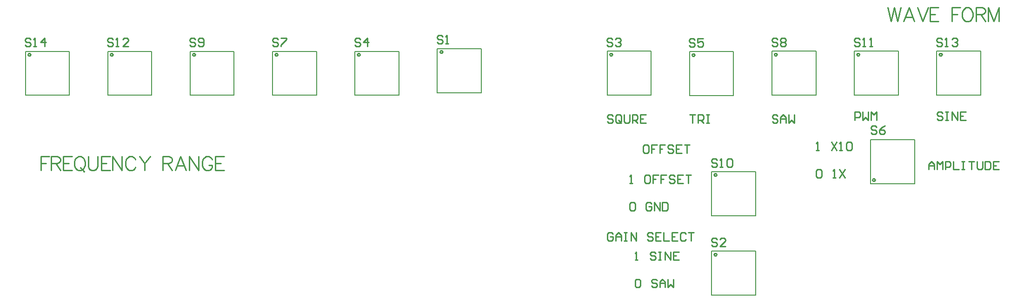
<source format=gto>
%FSTAX23Y23*%
%MOIN*%
%SFA1B1*%

%IPPOS*%
%ADD10C,0.010000*%
%ADD11C,0.007870*%
%LNbutton_pad-1*%
%LPD*%
G54D10*
X06333Y01004D02*
X06328Y01013D01*
X06318*
X06313Y01004*
X06318Y00996*
X06328*
X06333Y01004*
X07469Y00969D02*
X07464Y00978D01*
X07454*
X07449Y00969*
X07454Y0096*
X07464*
X07469Y00969*
X06333Y00434D02*
X06328Y00442D01*
X06318*
X06313Y00434*
X06318Y00425*
X06328*
X06333Y00434*
X07948Y01871D02*
X07943Y01879D01*
X07932*
X07927Y01871*
X07932Y01862*
X07943*
X07948Y01871*
X07357D02*
X07352Y01879D01*
X07342*
X07337Y01871*
X07342Y01862*
X07352*
X07357Y01871*
X06767D02*
X06761Y01879D01*
X06751*
X06746Y01871*
X06751Y01862*
X06761*
X06767Y01871*
X06176Y01867D02*
X06171Y01875D01*
X06161*
X06156Y01867*
X06161Y01858*
X06171*
X06176Y01867*
X05585Y01871D02*
X0558Y01879D01*
X0557*
X05565Y01871*
X0557Y01862*
X0558*
X05585Y01871*
X01415Y01869D02*
X0141Y01878D01*
X014*
X01395Y01869*
X014Y0186*
X0141*
X01415Y01869*
X02006D02*
X02001Y01878D01*
X0199*
X01985Y01869*
X0199Y0186*
X02001*
X02006Y01869*
X02596D02*
X02591Y01878D01*
X02581*
X02576Y01869*
X02581Y0186*
X02591*
X02596Y01869*
X03187D02*
X03182Y01878D01*
X03172*
X03167Y01869*
X03172Y0186*
X03182*
X03187Y01869*
X03777D02*
X03772Y01878D01*
X03762*
X03757Y01869*
X03762Y0186*
X03772*
X03777Y01869*
X04368Y01889D02*
X04363Y01897D01*
X04353*
X04348Y01889*
X04353Y0188*
X04363*
X04368Y01889*
X01488Y01137D02*
Y01037D01*
Y01137D02*
X0155D01*
X01488Y01089D02*
X01526D01*
X01562Y01137D02*
Y01037D01*
Y01137D02*
X01605D01*
X01619Y01132*
X01624Y01127*
X01628Y01118*
Y01108*
X01624Y01099*
X01619Y01094*
X01605Y01089*
X01562*
X01595D02*
X01628Y01037D01*
X01713Y01137D02*
X01651D01*
Y01037*
X01713*
X01651Y01089D02*
X01689D01*
X01758Y01137D02*
X01748Y01132D01*
X01739Y01123*
X01734Y01113*
X01729Y01099*
Y01075*
X01734Y01061*
X01739Y01051*
X01748Y01042*
X01758Y01037*
X01777*
X01786Y01042*
X01796Y01051*
X01801Y01061*
X01805Y01075*
Y01099*
X01801Y01113*
X01796Y01123*
X01786Y01132*
X01777Y01137*
X01758*
X01772Y01056D02*
X01801Y01027D01*
X01829Y01137D02*
Y01066D01*
X01834Y01051*
X01843Y01042*
X01857Y01037*
X01867*
X01881Y01042*
X01891Y01051*
X01895Y01066*
Y01137*
X01985D02*
X01923D01*
Y01037*
X01985*
X01923Y01089D02*
X01961D01*
X02002Y01137D02*
Y01037D01*
Y01137D02*
X02068Y01037D01*
Y01137D02*
Y01037D01*
X02167Y01113D02*
X02163Y01123D01*
X02153Y01132*
X02144Y01137*
X02124*
X02115Y01132*
X02105Y01123*
X02101Y01113*
X02096Y01099*
Y01075*
X02101Y01061*
X02105Y01051*
X02115Y01042*
X02124Y01037*
X02144*
X02153Y01042*
X02163Y01051*
X02167Y01061*
X02195Y01137D02*
X02233Y01089D01*
Y01037*
X02272Y01137D02*
X02233Y01089D01*
X02363Y01137D02*
Y01037D01*
Y01137D02*
X02406D01*
X0242Y01132*
X02425Y01127*
X0243Y01118*
Y01108*
X02425Y01099*
X0242Y01094*
X02406Y01089*
X02363*
X02396D02*
X0243Y01037D01*
X02528D02*
X0249Y01137D01*
X02452Y01037*
X02466Y0107D02*
X02514D01*
X02552Y01137D02*
Y01037D01*
Y01137D02*
X02618Y01037D01*
Y01137D02*
Y01037D01*
X02717Y01113D02*
X02712Y01123D01*
X02703Y01132*
X02693Y01137*
X02674*
X02665Y01132*
X02655Y01123*
X02651Y01113*
X02646Y01099*
Y01075*
X02651Y01061*
X02655Y01051*
X02665Y01042*
X02674Y01037*
X02693*
X02703Y01042*
X02712Y01051*
X02717Y01061*
Y01075*
X02693D02*
X02717D01*
X02802Y01137D02*
X0274D01*
Y01037*
X02802*
X0274Y01089D02*
X02778D01*
X07559Y02206D02*
X07582Y02106D01*
X07606Y02206D02*
X07582Y02106D01*
X07606Y02206D02*
X0763Y02106D01*
X07654Y02206D02*
X0763Y02106D01*
X0775D02*
X07712Y02206D01*
X07674Y02106*
X07688Y02139D02*
X07736D01*
X07773Y02206D02*
X07811Y02106D01*
X07849Y02206D02*
X07811Y02106D01*
X07924Y02206D02*
X07862D01*
Y02106*
X07924*
X07862Y02158D02*
X079D01*
X08019Y02206D02*
Y02106D01*
Y02206D02*
X08081D01*
X08019Y02158D02*
X08058D01*
X08121Y02206D02*
X08112Y02201D01*
X08102Y02191*
X08097Y02182*
X08093Y02168*
Y02144*
X08097Y0213*
X08102Y0212*
X08112Y02111*
X08121Y02106*
X0814*
X0815Y02111*
X08159Y0212*
X08164Y0213*
X08169Y02144*
Y02168*
X08164Y02182*
X08159Y02191*
X0815Y02201*
X0814Y02206*
X08121*
X08192D02*
Y02106D01*
Y02206D02*
X08235D01*
X08249Y02201*
X08254Y02196*
X08259Y02187*
Y02177*
X08254Y02168*
X08249Y02163*
X08235Y02158*
X08192*
X08226D02*
X08259Y02106D01*
X08281Y02206D02*
Y02106D01*
Y02206D02*
X08319Y02106D01*
X08357Y02206D02*
X08319Y02106D01*
X08357Y02206D02*
Y02106D01*
X0559Y01427D02*
X0558Y01436D01*
X05561*
X05551Y01427*
Y01417*
X05561Y01407*
X0558*
X0559Y01397*
Y01387*
X0558Y01377*
X05561*
X05551Y01387*
X05649D02*
Y01427D01*
X05639Y01436*
X0562*
X0561Y01427*
Y01387*
X0562Y01377*
X05639*
X05629Y01397D02*
X05649Y01377D01*
X05639D02*
X05649Y01387D01*
X05669Y01436D02*
Y01387D01*
X05679Y01377*
X05698*
X05708Y01387*
Y01436*
X05728Y01377D02*
Y01436D01*
X05757*
X05767Y01427*
Y01407*
X05757Y01397*
X05728*
X05747D02*
X05767Y01377D01*
X05826Y01436D02*
X05787D01*
Y01377*
X05826*
X05787Y01407D02*
X05807D01*
X06141Y01436D02*
X06181D01*
X06161*
Y01377*
X062D02*
Y01436D01*
X0623*
X0624Y01427*
Y01407*
X0623Y01397*
X062*
X0622D02*
X0624Y01377D01*
X06259Y01436D02*
X06279D01*
X06269*
Y01377*
X06259*
X06279*
X06771Y01427D02*
X06761Y01436D01*
X06742*
X06732Y01427*
Y01417*
X06742Y01407*
X06761*
X06771Y01397*
Y01387*
X06761Y01377*
X06742*
X06732Y01387*
X06791Y01377D02*
Y01417D01*
X06811Y01436*
X0683Y01417*
Y01377*
Y01407*
X06791*
X0685Y01436D02*
Y01377D01*
X0687Y01397*
X06889Y01377*
Y01436*
X07322Y01397D02*
Y01456D01*
X07352*
X07362Y01446*
Y01427*
X07352Y01417*
X07322*
X07381Y01456D02*
Y01397D01*
X07401Y01417*
X07421Y01397*
Y01456*
X0744Y01397D02*
Y01456D01*
X0746Y01437*
X0748Y01456*
Y01397*
X07952Y01446D02*
X07942Y01456D01*
X07923*
X07913Y01446*
Y01437*
X07923Y01427*
X07942*
X07952Y01417*
Y01407*
X07942Y01397*
X07923*
X07913Y01407*
X07972Y01456D02*
X07992D01*
X07982*
Y01397*
X07972*
X07992*
X08021D02*
Y01456D01*
X0806Y01397*
Y01456*
X0812D02*
X0808D01*
Y01397*
X0812*
X0808Y01427D02*
X081D01*
X05748Y00393D02*
X05767D01*
X05757*
Y00452*
X05748Y00442*
X05895D02*
X05885Y00452D01*
X05866*
X05856Y00442*
Y00433*
X05866Y00423*
X05885*
X05895Y00413*
Y00403*
X05885Y00393*
X05866*
X05856Y00403*
X05915Y00452D02*
X05934D01*
X05925*
Y00393*
X05915*
X05934*
X05964D02*
Y00452D01*
X06003Y00393*
Y00452*
X06062D02*
X06023D01*
Y00393*
X06062*
X06023Y00423D02*
X06043D01*
X05748Y00246D02*
X05757Y00255D01*
X05777*
X05787Y00246*
Y00206*
X05777Y00196*
X05757*
X05748Y00206*
Y00246*
X05905D02*
X05895Y00255D01*
X05875*
X05866Y00246*
Y00236*
X05875Y00226*
X05895*
X05905Y00216*
Y00206*
X05895Y00196*
X05875*
X05866Y00206*
X05925Y00196D02*
Y00236D01*
X05944Y00255*
X05964Y00236*
Y00196*
Y00226*
X05925*
X05984Y00255D02*
Y00196D01*
X06003Y00216*
X06023Y00196*
Y00255*
X07047Y01033D02*
X07057Y01043D01*
X07076*
X07086Y01033*
Y00994*
X07076Y00984*
X07057*
X07047Y00994*
Y01033*
X07165Y00984D02*
X07185D01*
X07175*
Y01043*
X07165Y01033*
X07214Y01043D02*
X07253Y00984D01*
Y01043D02*
X07214Y00984D01*
X07047Y01181D02*
X07066D01*
X07057*
Y0124*
X07047Y0123*
X07155Y0124D02*
X07194Y01181D01*
Y0124D02*
X07155Y01181D01*
X07214D02*
X07234D01*
X07224*
Y0124*
X07214Y0123*
X07263D02*
X07273Y0124D01*
X07293*
X07303Y0123*
Y0119*
X07293Y01181*
X07273*
X07263Y0119*
Y0123*
X05708Y00944D02*
X05728D01*
X05718*
Y01003*
X05708Y00994*
X05846Y01003D02*
X05826D01*
X05816Y00994*
Y00954*
X05826Y00944*
X05846*
X05856Y00954*
Y00994*
X05846Y01003*
X05915D02*
X05875D01*
Y00974*
X05895*
X05875*
Y00944*
X05974Y01003D02*
X05934D01*
Y00974*
X05954*
X05934*
Y00944*
X06033Y00994D02*
X06023Y01003D01*
X06003*
X05994Y00994*
Y00984*
X06003Y00974*
X06023*
X06033Y00964*
Y00954*
X06023Y00944*
X06003*
X05994Y00954*
X06092Y01003D02*
X06053D01*
Y00944*
X06092*
X06053Y00974D02*
X06072D01*
X06112Y01003D02*
X06151D01*
X06131*
Y00944*
X05708Y00797D02*
X05718Y00807D01*
X05738*
X05748Y00797*
Y00757*
X05738Y00748*
X05718*
X05708Y00757*
Y00797*
X05866D02*
X05856Y00807D01*
X05836*
X05826Y00797*
Y00757*
X05836Y00748*
X05856*
X05866Y00757*
Y00777*
X05846*
X05885Y00748D02*
Y00807D01*
X05925Y00748*
Y00807*
X05944D02*
Y00748D01*
X05974*
X05984Y00757*
Y00797*
X05974Y00807*
X05944*
X05836Y0122D02*
X05816D01*
X05807Y0121*
Y01171*
X05816Y01161*
X05836*
X05846Y01171*
Y0121*
X05836Y0122*
X05905D02*
X05866D01*
Y0119*
X05885*
X05866*
Y01161*
X05964Y0122D02*
X05925D01*
Y0119*
X05944*
X05925*
Y01161*
X06023Y0121D02*
X06013Y0122D01*
X05994*
X05984Y0121*
Y012*
X05994Y0119*
X06013*
X06023Y01181*
Y01171*
X06013Y01161*
X05994*
X05984Y01171*
X06082Y0122D02*
X06043D01*
Y01161*
X06082*
X06043Y0119D02*
X06062D01*
X06102Y0122D02*
X06141D01*
X06121*
Y01161*
X07854Y01043D02*
Y01082D01*
X07874Y01102*
X07893Y01082*
Y01043*
Y01072*
X07854*
X07913Y01043D02*
Y01102D01*
X07933Y01082*
X07952Y01102*
Y01043*
X07972D02*
Y01102D01*
X08001*
X08011Y01092*
Y01072*
X08001Y01062*
X07972*
X08031Y01102D02*
Y01043D01*
X0807*
X0809Y01102D02*
X0811D01*
X081*
Y01043*
X0809*
X0811*
X08139Y01102D02*
X08179D01*
X08159*
Y01043*
X08198Y01102D02*
Y01053D01*
X08208Y01043*
X08228*
X08238Y01053*
Y01102*
X08257D02*
Y01043D01*
X08287*
X08297Y01053*
Y01092*
X08287Y01102*
X08257*
X08356D02*
X08316D01*
Y01043*
X08356*
X08316Y01072D02*
X08336D01*
X0559Y0058D02*
X0558Y0059D01*
X05561*
X05551Y0058*
Y00541*
X05561Y00531*
X0558*
X0559Y00541*
Y00561*
X0557*
X0561Y00531D02*
Y0057D01*
X05629Y0059*
X05649Y0057*
Y00531*
Y00561*
X0561*
X05669Y0059D02*
X05688D01*
X05679*
Y00531*
X05669*
X05688*
X05718D02*
Y0059D01*
X05757Y00531*
Y0059*
X05875Y0058D02*
X05866Y0059D01*
X05846*
X05836Y0058*
Y0057*
X05846Y00561*
X05866*
X05875Y00551*
Y00541*
X05866Y00531*
X05846*
X05836Y00541*
X05934Y0059D02*
X05895D01*
Y00531*
X05934*
X05895Y00561D02*
X05915D01*
X05954Y0059D02*
Y00531D01*
X05993*
X06052Y0059D02*
X06013D01*
Y00531*
X06052*
X06013Y00561D02*
X06033D01*
X06112Y0058D02*
X06102Y0059D01*
X06082*
X06072Y0058*
Y00541*
X06082Y00531*
X06102*
X06112Y00541*
X06131Y0059D02*
X06171D01*
X06151*
Y00531*
X04369Y01996D02*
X04359Y02006D01*
X04339*
X04329Y01996*
Y01986*
X04339Y01976*
X04359*
X04369Y01966*
Y01956*
X04359Y01946*
X04339*
X04329Y01956*
X04389Y01946D02*
X04409D01*
X04399*
Y02006*
X04389Y01996*
X03778Y01976D02*
X03768Y01986D01*
X03748*
X03738Y01976*
Y01966*
X03748Y01956*
X03768*
X03778Y01946*
Y01936*
X03768Y01926*
X03748*
X03738Y01936*
X03828Y01926D02*
Y01986D01*
X03798Y01956*
X03838*
X03188Y01976D02*
X03178Y01986D01*
X03158*
X03148Y01976*
Y01966*
X03158Y01956*
X03178*
X03188Y01946*
Y01936*
X03178Y01926*
X03158*
X03148Y01936*
X03208Y01986D02*
X03248D01*
Y01976*
X03208Y01936*
Y01926*
X02597Y01976D02*
X02587Y01986D01*
X02567*
X02557Y01976*
Y01966*
X02567Y01956*
X02587*
X02597Y01946*
Y01936*
X02587Y01926*
X02567*
X02557Y01936*
X02617D02*
X02627Y01926D01*
X02647*
X02657Y01936*
Y01976*
X02647Y01986*
X02627*
X02617Y01976*
Y01966*
X02627Y01956*
X02657*
X02007Y01976D02*
X01997Y01986D01*
X01977*
X01967Y01976*
Y01966*
X01977Y01956*
X01997*
X02007Y01946*
Y01936*
X01997Y01926*
X01977*
X01967Y01936*
X02027Y01926D02*
X02047D01*
X02037*
Y01986*
X02027Y01976*
X02117Y01926D02*
X02077D01*
X02117Y01966*
Y01976*
X02107Y01986*
X02087*
X02077Y01976*
X01416D02*
X01406Y01986D01*
X01386*
X01376Y01976*
Y01966*
X01386Y01956*
X01406*
X01416Y01946*
Y01936*
X01406Y01926*
X01386*
X01376Y01936*
X01436Y01926D02*
X01456D01*
X01446*
Y01986*
X01436Y01976*
X01516Y01926D02*
Y01986D01*
X01486Y01956*
X01526*
X05587Y01978D02*
X05577Y01988D01*
X05557*
X05547Y01978*
Y01968*
X05557Y01958*
X05577*
X05587Y01948*
Y01938*
X05577Y01928*
X05557*
X05547Y01938*
X05607Y01978D02*
X05617Y01988D01*
X05637*
X05647Y01978*
Y01968*
X05637Y01958*
X05627*
X05637*
X05647Y01948*
Y01938*
X05637Y01928*
X05617*
X05607Y01938*
X06177Y01974D02*
X06167Y01984D01*
X06147*
X06137Y01974*
Y01964*
X06147Y01954*
X06167*
X06177Y01944*
Y01934*
X06167Y01924*
X06147*
X06137Y01934*
X06237Y01984D02*
X06197D01*
Y01954*
X06217Y01964*
X06227*
X06237Y01954*
Y01934*
X06227Y01924*
X06207*
X06197Y01934*
X06768Y01978D02*
X06758Y01988D01*
X06738*
X06728Y01978*
Y01968*
X06738Y01958*
X06758*
X06768Y01948*
Y01938*
X06758Y01928*
X06738*
X06728Y01938*
X06788Y01978D02*
X06798Y01988D01*
X06818*
X06828Y01978*
Y01968*
X06818Y01958*
X06828Y01948*
Y01938*
X06818Y01928*
X06798*
X06788Y01938*
Y01948*
X06798Y01958*
X06788Y01968*
Y01978*
X06798Y01958D02*
X06818D01*
X07358Y01978D02*
X07348Y01988D01*
X07328*
X07318Y01978*
Y01968*
X07328Y01958*
X07348*
X07358Y01948*
Y01938*
X07348Y01928*
X07328*
X07318Y01938*
X07378Y01928D02*
X07398D01*
X07388*
Y01988*
X07378Y01978*
X07428Y01928D02*
X07448D01*
X07438*
Y01988*
X07428Y01978*
X07949D02*
X07939Y01988D01*
X07919*
X07909Y01978*
Y01968*
X07919Y01958*
X07939*
X07949Y01948*
Y01938*
X07939Y01928*
X07919*
X07909Y01938*
X07969Y01928D02*
X07989D01*
X07979*
Y01988*
X07969Y01978*
X08019D02*
X08029Y01988D01*
X08049*
X08059Y01978*
Y01968*
X08049Y01958*
X08039*
X08049*
X08059Y01948*
Y01938*
X08049Y01928*
X08029*
X08019Y01938*
X06335Y00541D02*
X06325Y00551D01*
X06305*
X06295Y00541*
Y00531*
X06305Y00521*
X06325*
X06335Y00511*
Y00501*
X06325Y00491*
X06305*
X06295Y00501*
X06395Y00491D02*
X06355D01*
X06395Y00531*
Y00541*
X06385Y00551*
X06365*
X06355Y00541*
X0748Y01349D02*
X0747Y01359D01*
X0745*
X0744Y01349*
Y01339*
X0745Y01329*
X0747*
X0748Y01319*
Y01309*
X0747Y01299*
X0745*
X0744Y01309*
X0754Y01359D02*
X0752Y01349D01*
X075Y01329*
Y01309*
X0751Y01299*
X0753*
X0754Y01309*
Y01319*
X0753Y01329*
X075*
X06335Y01112D02*
X06325Y01122D01*
X06305*
X06295Y01112*
Y01102*
X06305Y01092*
X06325*
X06335Y01082*
Y01072*
X06325Y01062*
X06305*
X06295Y01072*
X06355Y01062D02*
X06375D01*
X06365*
Y01122*
X06355Y01112*
X06405D02*
X06415Y01122D01*
X06435*
X06445Y01112*
Y01072*
X06435Y01062*
X06415*
X06405Y01072*
Y01112*
G54D11*
X06297Y00711D02*
Y01027D01*
X06298Y01028*
X06612*
X06297Y00711D02*
X06612D01*
Y01028*
X07437Y00942D02*
X07752D01*
X07436Y00943D02*
X07437Y00942D01*
X07436Y00943D02*
Y01257D01*
X07752Y00942D02*
Y01257D01*
X07436D02*
X07752D01*
X06297Y0014D02*
Y00456D01*
X06298Y00457*
X06612*
X06297Y0014D02*
X06612D01*
Y00457*
X07911Y01577D02*
Y01893D01*
X07912Y01894*
X08226*
X07911Y01577D02*
X08226D01*
Y01894*
X0732Y01577D02*
Y01893D01*
X07321Y01894*
X07635*
X0732Y01577D02*
X07635D01*
Y01894*
X0673Y01577D02*
Y01893D01*
X06731Y01894*
X07045*
X0673Y01577D02*
X07045D01*
Y01894*
X06139Y01573D02*
Y01889D01*
X0614Y0189*
X06454*
X06139Y01573D02*
X06454D01*
Y0189*
X05549Y01577D02*
Y01893D01*
X0555Y01894*
X05864*
X05549Y01577D02*
X05864D01*
Y01894*
X01378Y01576D02*
Y01892D01*
X01379Y01892*
X01693*
X01378Y01576D02*
X01693D01*
Y01892*
X01969Y01576D02*
Y01892D01*
X0197Y01892*
X02284*
X01969Y01576D02*
X02284D01*
Y01892*
X0256Y01576D02*
Y01892D01*
X0256Y01892*
X02874*
X0256Y01576D02*
X02874D01*
Y01892*
X0315Y01576D02*
Y01892D01*
X03151Y01892*
X03465*
X0315Y01576D02*
X03465D01*
Y01892*
X03741Y01576D02*
Y01892D01*
X03742Y01892*
X04056*
X03741Y01576D02*
X04056D01*
Y01892*
X04331Y01595D02*
Y01911D01*
X04332Y01912*
X04646*
X04331Y01595D02*
X04646D01*
Y01912*
M02*
</source>
